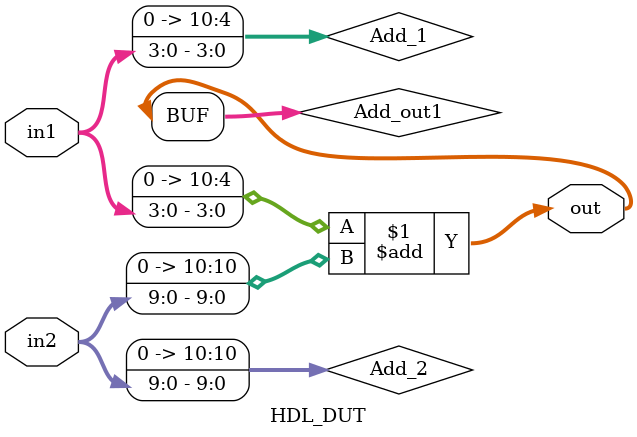
<source format=v>



// -------------------------------------------------------------
// 
// Module: HDL_DUT
// Source Path: untitled2/HDL_DUT
// Hierarchy Level: 0
// Model version: 1.2
// 
// -------------------------------------------------------------

`timescale 1 ns / 1 ns

module HDL_DUT
          (in1,
           in2,
           out);


  input   [3:0] in1;  // ufix4
  input   [9:0] in2;  // ufix10
  output  [10:0] out;  // ufix11


  wire [10:0] Add_1;  // ufix11
  wire [10:0] Add_2;  // ufix11
  wire [10:0] Add_out1;  // ufix11


  assign Add_1 = {7'b0, in1};
  assign Add_2 = {1'b0, in2};
  assign Add_out1 = Add_1 + Add_2;



  assign out = Add_out1;

endmodule  // HDL_DUT
</source>
